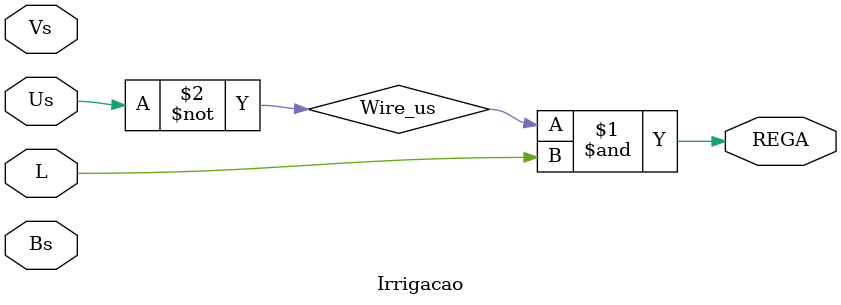
<source format=v>
module Irrigacao (Us, L, Bs, Vs, REGA);  

	// Declaracao de portas
	input Bs, Us, Vs, L;
	output REGA;
	
	// Declaracao dos fios intermediarios
	wire Wire_us;
	
	// Funcionamento do circuito
	
	// Fios com negações das entradas
	not Us1 (Wire_us, Us);
	
	// Tratamento de quando a rega vai ligar
	and on_Off (REGA, Wire_us, L);
	
endmodule
</source>
